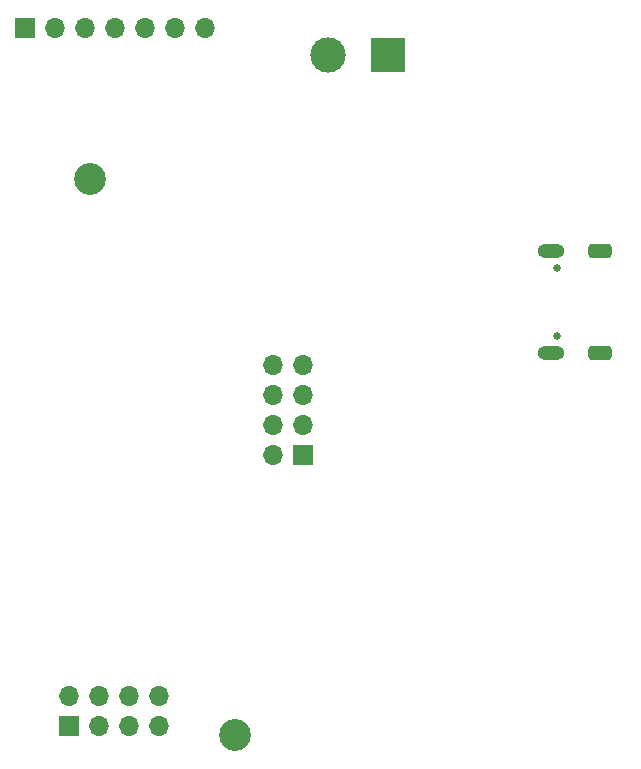
<source format=gbs>
G04 #@! TF.GenerationSoftware,KiCad,Pcbnew,(5.1.12)-1*
G04 #@! TF.CreationDate,2024-11-16T18:41:12+01:00*
G04 #@! TF.ProjectId,C7W1B1V1.0,43375731-4231-4563-912e-302e6b696361,rev?*
G04 #@! TF.SameCoordinates,Original*
G04 #@! TF.FileFunction,Soldermask,Bot*
G04 #@! TF.FilePolarity,Negative*
%FSLAX46Y46*%
G04 Gerber Fmt 4.6, Leading zero omitted, Abs format (unit mm)*
G04 Created by KiCad (PCBNEW (5.1.12)-1) date 2024-11-16 18:41:12*
%MOMM*%
%LPD*%
G01*
G04 APERTURE LIST*
%ADD10O,1.700000X1.700000*%
%ADD11R,1.700000X1.700000*%
%ADD12C,2.700000*%
%ADD13C,0.650000*%
%ADD14O,2.304000X1.204000*%
%ADD15C,3.000000*%
%ADD16R,3.000000X3.000000*%
G04 APERTURE END LIST*
D10*
G04 #@! TO.C,J1*
X-62520000Y-120650000D03*
X-59980000Y-120650000D03*
X-62520000Y-123190000D03*
X-59980000Y-123190000D03*
X-62520000Y-125730000D03*
X-59980000Y-125730000D03*
X-62520000Y-128270000D03*
D11*
X-59980000Y-128270000D03*
G04 #@! TD*
D12*
G04 #@! TO.C,H2*
X-77980000Y-104870000D03*
G04 #@! TD*
G04 #@! TO.C,H1*
X-65730000Y-151940000D03*
G04 #@! TD*
D10*
G04 #@! TO.C,J5*
X-68210000Y-92110000D03*
X-70750000Y-92110000D03*
X-73290000Y-92110000D03*
X-75830000Y-92110000D03*
X-78370000Y-92110000D03*
X-80910000Y-92110000D03*
D11*
X-83450000Y-92110000D03*
G04 #@! TD*
D13*
G04 #@! TO.C,J2*
X-38470000Y-118190000D03*
X-38470000Y-112410000D03*
D14*
X-38970000Y-110980000D03*
X-38970000Y-119620000D03*
G36*
G01*
X-34089000Y-111582000D02*
X-35491000Y-111582000D01*
G75*
G02*
X-35792000Y-111281000I0J301000D01*
G01*
X-35792000Y-110679000D01*
G75*
G02*
X-35491000Y-110378000I301000J0D01*
G01*
X-34089000Y-110378000D01*
G75*
G02*
X-33788000Y-110679000I0J-301000D01*
G01*
X-33788000Y-111281000D01*
G75*
G02*
X-34089000Y-111582000I-301000J0D01*
G01*
G37*
G36*
G01*
X-34089000Y-120222000D02*
X-35491000Y-120222000D01*
G75*
G02*
X-35792000Y-119921000I0J301000D01*
G01*
X-35792000Y-119319000D01*
G75*
G02*
X-35491000Y-119018000I301000J0D01*
G01*
X-34089000Y-119018000D01*
G75*
G02*
X-33788000Y-119319000I0J-301000D01*
G01*
X-33788000Y-119921000D01*
G75*
G02*
X-34089000Y-120222000I-301000J0D01*
G01*
G37*
G04 #@! TD*
D15*
G04 #@! TO.C,J3*
X-57850000Y-94350000D03*
D16*
X-52770000Y-94350000D03*
G04 #@! TD*
D10*
G04 #@! TO.C,J4*
X-72090000Y-148620000D03*
X-72090000Y-151160000D03*
X-74630000Y-148620000D03*
X-74630000Y-151160000D03*
X-77170000Y-148620000D03*
X-77170000Y-151160000D03*
X-79710000Y-148620000D03*
D11*
X-79710000Y-151160000D03*
G04 #@! TD*
M02*

</source>
